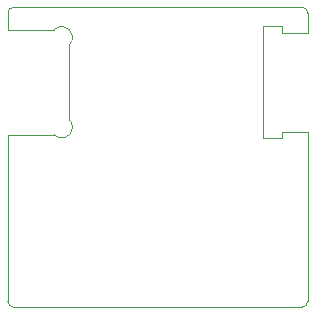
<source format=gm1>
%TF.GenerationSoftware,KiCad,Pcbnew,(5.1.7)-1*%
%TF.CreationDate,2021-02-13T17:52:44+01:00*%
%TF.ProjectId,twonkie,74776f6e-6b69-4652-9e6b-696361645f70,rev?*%
%TF.SameCoordinates,PX448d510PY20b3950*%
%TF.FileFunction,Profile,NP*%
%FSLAX46Y46*%
G04 Gerber Fmt 4.6, Leading zero omitted, Abs format (unit mm)*
G04 Created by KiCad (PCBNEW (5.1.7)-1) date 2021-02-13 17:52:44*
%MOMM*%
%LPD*%
G01*
G04 APERTURE LIST*
%TA.AperFunction,Profile*%
%ADD10C,0.050000*%
%TD*%
%TA.AperFunction,Profile*%
%ADD11C,0.050800*%
%TD*%
%TA.AperFunction,Profile*%
%ADD12C,0.120000*%
%TD*%
G04 APERTURE END LIST*
D10*
X508000Y-25400000D02*
G75*
G02*
X0Y-24892000I0J508000D01*
G01*
X25400000Y-24892000D02*
G75*
G02*
X24892000Y-25400000I-508000J0D01*
G01*
X24892000Y0D02*
G75*
G02*
X25400000Y-508000I0J-508000D01*
G01*
X0Y-508000D02*
G75*
G02*
X508000Y0I508000J0D01*
G01*
D11*
X5207000Y-9525000D02*
G75*
G02*
X3937000Y-10795000I-635000J-635000D01*
G01*
X3937000Y-1905000D02*
G75*
G02*
X5207000Y-3175000I635000J-635000D01*
G01*
D10*
X3937000Y-10795000D02*
X0Y-10795000D01*
X0Y-508000D02*
X0Y-1905000D01*
X0Y-1905000D02*
X3937000Y-1905000D01*
X5207000Y-3175000D02*
X5207000Y-9525000D01*
X24892000Y-25400000D02*
X508000Y-25400000D01*
X25400000Y-12192000D02*
X25400000Y-24892000D01*
X24892000Y0D02*
X508000Y0D01*
X0Y-10795000D02*
X0Y-24892000D01*
D12*
%TO.C,J1*%
X21590000Y-11100000D02*
X23190000Y-11100000D01*
X23190000Y-10550000D02*
X23190000Y-11100000D01*
X23190000Y-10550000D02*
X25400000Y-10550000D01*
X25400000Y-10550000D02*
X25400000Y-12192000D01*
X21590000Y-11100000D02*
X21590000Y-1600000D01*
X21590000Y-1600000D02*
X23190000Y-1600000D01*
X23190000Y-2150000D02*
X23190000Y-1600000D01*
X23190000Y-2150000D02*
X25400000Y-2150000D01*
X25400000Y-2150000D02*
X25400000Y-508000D01*
%TD*%
M02*

</source>
